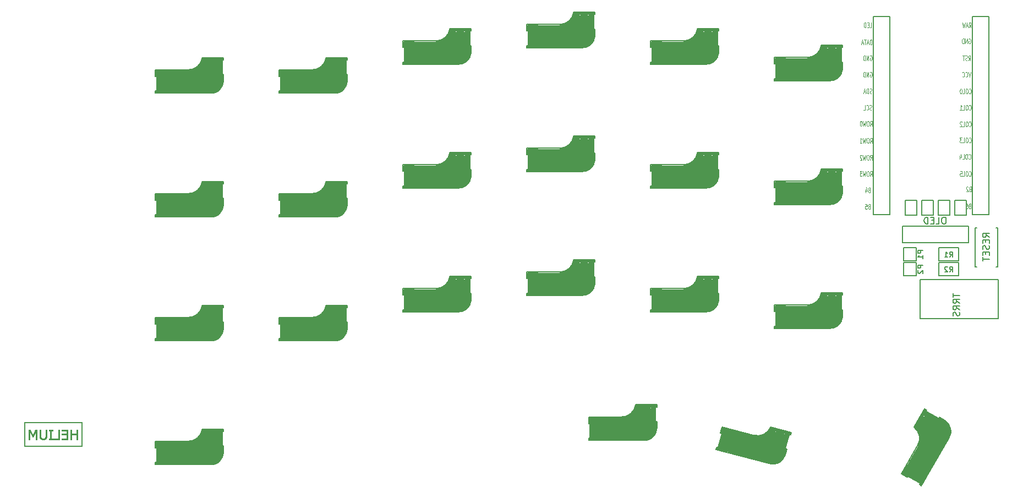
<source format=gbo>
G04 #@! TF.GenerationSoftware,KiCad,Pcbnew,(5.1.0)-1*
G04 #@! TF.CreationDate,2019-06-07T23:15:03+02:00*
G04 #@! TF.ProjectId,prkbd,70726b62-642e-46b6-9963-61645f706362,1*
G04 #@! TF.SameCoordinates,Original*
G04 #@! TF.FileFunction,Legend,Bot*
G04 #@! TF.FilePolarity,Positive*
%FSLAX46Y46*%
G04 Gerber Fmt 4.6, Leading zero omitted, Abs format (unit mm)*
G04 Created by KiCad (PCBNEW (5.1.0)-1) date 2019-06-07 23:15:03*
%MOMM*%
%LPD*%
G04 APERTURE LIST*
%ADD10C,0.010000*%
%ADD11C,0.300000*%
%ADD12C,0.800000*%
%ADD13C,3.000000*%
%ADD14C,0.500000*%
%ADD15C,1.000000*%
%ADD16C,3.500000*%
%ADD17C,0.150000*%
%ADD18C,0.400000*%
%ADD19C,0.125000*%
G04 APERTURE END LIST*
D10*
G36*
X48916561Y-135204691D02*
G01*
X57763439Y-135204691D01*
X57763439Y-131560222D01*
X57707799Y-131560222D01*
X57707799Y-135149050D01*
X48972202Y-135149050D01*
X48972202Y-131560222D01*
X57707799Y-131560222D01*
X57763439Y-131560222D01*
X57763439Y-131504582D01*
X48916561Y-131504582D01*
X48916561Y-135204691D01*
X48916561Y-135204691D01*
G37*
X48916561Y-135204691D02*
X57763439Y-135204691D01*
X57763439Y-131560222D01*
X57707799Y-131560222D01*
X57707799Y-135149050D01*
X48972202Y-135149050D01*
X48972202Y-131560222D01*
X57707799Y-131560222D01*
X57763439Y-131560222D01*
X57763439Y-131504582D01*
X48916561Y-131504582D01*
X48916561Y-135204691D01*
G36*
X52169444Y-133222489D02*
G01*
X52168773Y-133335190D01*
X52168131Y-133430906D01*
X52167456Y-133511200D01*
X52166684Y-133577634D01*
X52165755Y-133631770D01*
X52164606Y-133675170D01*
X52163175Y-133709398D01*
X52161400Y-133736014D01*
X52159218Y-133756582D01*
X52156568Y-133772663D01*
X52153387Y-133785820D01*
X52149614Y-133797614D01*
X52146201Y-133806922D01*
X52111859Y-133878578D01*
X52067934Y-133935477D01*
X52013567Y-133978120D01*
X51947896Y-134007006D01*
X51870062Y-134022637D01*
X51779204Y-134025511D01*
X51770696Y-134025176D01*
X51696636Y-134017950D01*
X51635580Y-134002565D01*
X51583223Y-133977517D01*
X51538399Y-133944088D01*
X51508717Y-133910097D01*
X51480462Y-133863740D01*
X51456757Y-133811118D01*
X51440724Y-133758335D01*
X51438990Y-133749811D01*
X51436998Y-133729648D01*
X51435192Y-133692407D01*
X51433598Y-133639552D01*
X51432241Y-133572551D01*
X51431144Y-133492871D01*
X51430334Y-133401979D01*
X51429833Y-133301340D01*
X51429668Y-133195722D01*
X51429668Y-132691584D01*
X51233693Y-132691584D01*
X51237128Y-133217853D01*
X51237885Y-133330295D01*
X51238615Y-133425818D01*
X51239380Y-133506048D01*
X51240246Y-133572612D01*
X51241275Y-133627138D01*
X51242533Y-133671252D01*
X51244084Y-133706581D01*
X51245990Y-133734753D01*
X51248317Y-133757394D01*
X51251129Y-133776131D01*
X51254489Y-133792592D01*
X51258461Y-133808403D01*
X51260700Y-133816584D01*
X51294874Y-133911690D01*
X51340634Y-133992369D01*
X51398211Y-134058856D01*
X51467833Y-134111384D01*
X51549731Y-134150190D01*
X51602025Y-134166268D01*
X51664931Y-134178550D01*
X51737022Y-134186559D01*
X51810683Y-134189837D01*
X51878298Y-134187922D01*
X51908289Y-134184758D01*
X52006761Y-134164198D01*
X52091781Y-134131987D01*
X52164819Y-134087485D01*
X52200157Y-134057781D01*
X52253774Y-133998134D01*
X52295690Y-133929601D01*
X52326809Y-133850068D01*
X52348041Y-133757423D01*
X52356560Y-133693212D01*
X52358537Y-133664517D01*
X52360379Y-133619570D01*
X52362043Y-133560666D01*
X52363490Y-133490098D01*
X52364678Y-133410163D01*
X52365568Y-133323154D01*
X52366117Y-133231366D01*
X52366287Y-133145001D01*
X52366287Y-132691584D01*
X52172522Y-132691584D01*
X52169444Y-133222489D01*
X52169444Y-133222489D01*
G37*
X52169444Y-133222489D02*
X52168773Y-133335190D01*
X52168131Y-133430906D01*
X52167456Y-133511200D01*
X52166684Y-133577634D01*
X52165755Y-133631770D01*
X52164606Y-133675170D01*
X52163175Y-133709398D01*
X52161400Y-133736014D01*
X52159218Y-133756582D01*
X52156568Y-133772663D01*
X52153387Y-133785820D01*
X52149614Y-133797614D01*
X52146201Y-133806922D01*
X52111859Y-133878578D01*
X52067934Y-133935477D01*
X52013567Y-133978120D01*
X51947896Y-134007006D01*
X51870062Y-134022637D01*
X51779204Y-134025511D01*
X51770696Y-134025176D01*
X51696636Y-134017950D01*
X51635580Y-134002565D01*
X51583223Y-133977517D01*
X51538399Y-133944088D01*
X51508717Y-133910097D01*
X51480462Y-133863740D01*
X51456757Y-133811118D01*
X51440724Y-133758335D01*
X51438990Y-133749811D01*
X51436998Y-133729648D01*
X51435192Y-133692407D01*
X51433598Y-133639552D01*
X51432241Y-133572551D01*
X51431144Y-133492871D01*
X51430334Y-133401979D01*
X51429833Y-133301340D01*
X51429668Y-133195722D01*
X51429668Y-132691584D01*
X51233693Y-132691584D01*
X51237128Y-133217853D01*
X51237885Y-133330295D01*
X51238615Y-133425818D01*
X51239380Y-133506048D01*
X51240246Y-133572612D01*
X51241275Y-133627138D01*
X51242533Y-133671252D01*
X51244084Y-133706581D01*
X51245990Y-133734753D01*
X51248317Y-133757394D01*
X51251129Y-133776131D01*
X51254489Y-133792592D01*
X51258461Y-133808403D01*
X51260700Y-133816584D01*
X51294874Y-133911690D01*
X51340634Y-133992369D01*
X51398211Y-134058856D01*
X51467833Y-134111384D01*
X51549731Y-134150190D01*
X51602025Y-134166268D01*
X51664931Y-134178550D01*
X51737022Y-134186559D01*
X51810683Y-134189837D01*
X51878298Y-134187922D01*
X51908289Y-134184758D01*
X52006761Y-134164198D01*
X52091781Y-134131987D01*
X52164819Y-134087485D01*
X52200157Y-134057781D01*
X52253774Y-133998134D01*
X52295690Y-133929601D01*
X52326809Y-133850068D01*
X52348041Y-133757423D01*
X52356560Y-133693212D01*
X52358537Y-133664517D01*
X52360379Y-133619570D01*
X52362043Y-133560666D01*
X52363490Y-133490098D01*
X52364678Y-133410163D01*
X52365568Y-133323154D01*
X52366117Y-133231366D01*
X52366287Y-133145001D01*
X52366287Y-132691584D01*
X52172522Y-132691584D01*
X52169444Y-133222489D01*
G36*
X56947375Y-133266538D02*
G01*
X56205499Y-133266538D01*
X56205499Y-132691584D01*
X56010756Y-132691584D01*
X56010756Y-134166064D01*
X56205499Y-134166064D01*
X56205499Y-133442734D01*
X56947375Y-133442734D01*
X56947375Y-134166064D01*
X57132844Y-134166064D01*
X57132844Y-132691584D01*
X56947375Y-132691584D01*
X56947375Y-133266538D01*
X56947375Y-133266538D01*
G37*
X56947375Y-133266538D02*
X56205499Y-133266538D01*
X56205499Y-132691584D01*
X56010756Y-132691584D01*
X56010756Y-134166064D01*
X56205499Y-134166064D01*
X56205499Y-133442734D01*
X56947375Y-133442734D01*
X56947375Y-134166064D01*
X57132844Y-134166064D01*
X57132844Y-132691584D01*
X56947375Y-132691584D01*
X56947375Y-133266538D01*
G36*
X54638284Y-132867780D02*
G01*
X55417255Y-132867780D01*
X55417255Y-133266538D01*
X54638284Y-133266538D01*
X54638284Y-133442734D01*
X55417255Y-133442734D01*
X55417255Y-133989868D01*
X54638284Y-133989868D01*
X54638284Y-134166064D01*
X55602724Y-134166064D01*
X55602724Y-132691584D01*
X54638284Y-132691584D01*
X54638284Y-132867780D01*
X54638284Y-132867780D01*
G37*
X54638284Y-132867780D02*
X55417255Y-132867780D01*
X55417255Y-133266538D01*
X54638284Y-133266538D01*
X54638284Y-133442734D01*
X55417255Y-133442734D01*
X55417255Y-133989868D01*
X54638284Y-133989868D01*
X54638284Y-134166064D01*
X55602724Y-134166064D01*
X55602724Y-132691584D01*
X54638284Y-132691584D01*
X54638284Y-132867780D01*
G36*
X54137518Y-133989868D02*
G01*
X53395641Y-133989868D01*
X53395641Y-134166064D01*
X54322987Y-134166064D01*
X54322987Y-132691584D01*
X54137518Y-132691584D01*
X54137518Y-133989868D01*
X54137518Y-133989868D01*
G37*
X54137518Y-133989868D02*
X53395641Y-133989868D01*
X53395641Y-134166064D01*
X54322987Y-134166064D01*
X54322987Y-132691584D01*
X54137518Y-132691584D01*
X54137518Y-133989868D01*
G36*
X52681585Y-132839959D02*
G01*
X52876327Y-132839959D01*
X52876327Y-134017688D01*
X52681585Y-134017688D01*
X52681585Y-134166064D01*
X53256539Y-134166064D01*
X53256539Y-134017688D01*
X53061797Y-134017688D01*
X53061797Y-132839959D01*
X53256539Y-132839959D01*
X53256539Y-132691584D01*
X52681585Y-132691584D01*
X52681585Y-132839959D01*
X52681585Y-132839959D01*
G37*
X52681585Y-132839959D02*
X52876327Y-132839959D01*
X52876327Y-134017688D01*
X52681585Y-134017688D01*
X52681585Y-134166064D01*
X53256539Y-134166064D01*
X53256539Y-134017688D01*
X53061797Y-134017688D01*
X53061797Y-132839959D01*
X53256539Y-132839959D01*
X53256539Y-132691584D01*
X52681585Y-132691584D01*
X52681585Y-132839959D01*
G36*
X50723927Y-132693648D02*
G01*
X50593141Y-132696221D01*
X50397862Y-133102295D01*
X50358989Y-133182686D01*
X50322399Y-133257496D01*
X50288893Y-133325153D01*
X50259267Y-133384085D01*
X50234321Y-133432720D01*
X50214853Y-133469485D01*
X50201662Y-133492808D01*
X50195545Y-133501118D01*
X50195344Y-133501054D01*
X50190087Y-133491404D01*
X50177840Y-133466598D01*
X50159397Y-133428314D01*
X50135554Y-133378228D01*
X50107107Y-133318018D01*
X50074850Y-133249362D01*
X50039580Y-133173936D01*
X50002815Y-133094979D01*
X49817525Y-132696221D01*
X49682341Y-132693655D01*
X49547156Y-132691088D01*
X49547156Y-134166064D01*
X49741899Y-134166064D01*
X49742019Y-133528514D01*
X49742140Y-132890963D01*
X49948354Y-133324472D01*
X50154568Y-133757980D01*
X50210675Y-133758006D01*
X50266783Y-133758032D01*
X50673881Y-132895514D01*
X50676264Y-133530789D01*
X50678646Y-134166064D01*
X50854714Y-134166064D01*
X50854714Y-132691075D01*
X50723927Y-132693648D01*
X50723927Y-132693648D01*
G37*
X50723927Y-132693648D02*
X50593141Y-132696221D01*
X50397862Y-133102295D01*
X50358989Y-133182686D01*
X50322399Y-133257496D01*
X50288893Y-133325153D01*
X50259267Y-133384085D01*
X50234321Y-133432720D01*
X50214853Y-133469485D01*
X50201662Y-133492808D01*
X50195545Y-133501118D01*
X50195344Y-133501054D01*
X50190087Y-133491404D01*
X50177840Y-133466598D01*
X50159397Y-133428314D01*
X50135554Y-133378228D01*
X50107107Y-133318018D01*
X50074850Y-133249362D01*
X50039580Y-133173936D01*
X50002815Y-133094979D01*
X49817525Y-132696221D01*
X49682341Y-132693655D01*
X49547156Y-132691088D01*
X49547156Y-134166064D01*
X49741899Y-134166064D01*
X49742019Y-133528514D01*
X49742140Y-132890963D01*
X49948354Y-133324472D01*
X50154568Y-133757980D01*
X50210675Y-133758006D01*
X50266783Y-133758032D01*
X50673881Y-132895514D01*
X50676264Y-133530789D01*
X50678646Y-134166064D01*
X50854714Y-134166064D01*
X50854714Y-132691075D01*
X50723927Y-132693648D01*
D11*
X174710000Y-76190001D02*
X174710000Y-77090000D01*
D12*
X174210000Y-73990000D02*
X174210000Y-75789999D01*
D13*
X173080000Y-77490000D02*
X173080000Y-75250000D01*
D14*
X164610000Y-75690000D02*
X166010000Y-75690000D01*
D15*
X165010000Y-78390000D02*
X165010000Y-75890000D01*
D16*
X166310000Y-77190000D02*
X173010000Y-77190000D01*
D17*
X164310000Y-75390000D02*
X164310000Y-76390000D01*
X164310000Y-76390000D02*
X164510000Y-76390000D01*
X164530000Y-76390000D02*
X164530000Y-78640000D01*
X164510000Y-78640000D02*
X164310000Y-78640000D01*
X174810000Y-76090000D02*
X174610000Y-76090000D01*
X174580000Y-76090000D02*
X174580000Y-73850000D01*
X174610000Y-73850000D02*
X174810000Y-73850000D01*
X174810000Y-73490000D02*
X174810000Y-73850000D01*
X174810000Y-77090000D02*
X174810000Y-76090000D01*
X174810000Y-73490000D02*
X171530000Y-73490000D01*
X169310000Y-75390000D02*
X164310000Y-75390000D01*
X164310000Y-78990000D02*
X172710001Y-78990000D01*
X171526318Y-73511471D02*
G75*
G02X169310000Y-75390000I-2151318J291471D01*
G01*
X174810000Y-77089999D02*
G75*
G02X172710001Y-78990000I-2000000J99999D01*
G01*
X164310000Y-78640000D02*
X164310000Y-78990000D01*
D15*
X171926318Y-73911471D02*
G75*
G02X169710000Y-75790000I-2151318J291471D01*
G01*
D14*
X174610000Y-73690000D02*
X171910000Y-73690000D01*
D18*
X164510000Y-78790000D02*
X165910000Y-78790000D01*
X164510000Y-76290000D02*
X164510000Y-75590000D01*
X69260000Y-97245000D02*
X69260000Y-96545000D01*
X69260000Y-99745000D02*
X70660000Y-99745000D01*
D14*
X79360000Y-94645000D02*
X76660000Y-94645000D01*
D15*
X76676318Y-94866471D02*
G75*
G02X74460000Y-96745000I-2151318J291471D01*
G01*
D17*
X69060000Y-99595000D02*
X69060000Y-99945000D01*
X79560000Y-98044999D02*
G75*
G02X77460001Y-99945000I-2000000J99999D01*
G01*
X76276318Y-94466471D02*
G75*
G02X74060000Y-96345000I-2151318J291471D01*
G01*
X69060000Y-99945000D02*
X77460001Y-99945000D01*
X74060000Y-96345000D02*
X69060000Y-96345000D01*
X79560000Y-94445000D02*
X76280000Y-94445000D01*
X79560000Y-98045000D02*
X79560000Y-97045000D01*
X79560000Y-94445000D02*
X79560000Y-94805000D01*
X79360000Y-94805000D02*
X79560000Y-94805000D01*
X79330000Y-97045000D02*
X79330000Y-94805000D01*
X79560000Y-97045000D02*
X79360000Y-97045000D01*
X69260000Y-99595000D02*
X69060000Y-99595000D01*
X69280000Y-97345000D02*
X69280000Y-99595000D01*
X69060000Y-97345000D02*
X69260000Y-97345000D01*
X69060000Y-96345000D02*
X69060000Y-97345000D01*
D16*
X71060000Y-98145000D02*
X77760000Y-98145000D01*
D15*
X69760000Y-99345000D02*
X69760000Y-96845000D01*
D14*
X69360000Y-96645000D02*
X70760000Y-96645000D01*
D13*
X77830000Y-98445000D02*
X77830000Y-96205000D01*
D12*
X78960000Y-94945000D02*
X78960000Y-96744999D01*
D11*
X79460000Y-97145001D02*
X79460000Y-98045000D01*
D17*
X186755000Y-109550000D02*
X198755000Y-109550000D01*
X186755000Y-115550000D02*
X186755000Y-109550000D01*
X198755000Y-115550000D02*
X186755000Y-115550000D01*
X198755000Y-109550000D02*
X198755000Y-115550000D01*
X184023000Y-103886000D02*
X184023000Y-101346000D01*
X194183000Y-103886000D02*
X184023000Y-103886000D01*
X194183000Y-101346000D02*
X194183000Y-103886000D01*
X184023000Y-101346000D02*
X194183000Y-101346000D01*
X192069172Y-99650020D02*
X193847172Y-99650020D01*
X192069172Y-97364020D02*
X192069172Y-99650020D01*
X193847172Y-97364020D02*
X192069172Y-97364020D01*
X193847172Y-99650020D02*
X193847172Y-97364020D01*
X191300377Y-99663869D02*
X191300377Y-97377869D01*
X191300377Y-97377869D02*
X189522377Y-97377869D01*
X189522377Y-97377869D02*
X189522377Y-99663869D01*
X189522377Y-99663869D02*
X191300377Y-99663869D01*
X186982377Y-99663869D02*
X188760377Y-99663869D01*
X186982377Y-97377869D02*
X186982377Y-99663869D01*
X188760377Y-97377869D02*
X186982377Y-97377869D01*
X188760377Y-99663869D02*
X188760377Y-97377869D01*
X186220377Y-99663869D02*
X186220377Y-97377869D01*
X186220377Y-97377869D02*
X184442377Y-97377869D01*
X184442377Y-97377869D02*
X184442377Y-99663869D01*
X184442377Y-99663869D02*
X186220377Y-99663869D01*
X186166000Y-106664000D02*
X184166000Y-106664000D01*
X186166000Y-104664000D02*
X186166000Y-106664000D01*
X184166000Y-104664000D02*
X186166000Y-104664000D01*
X184166000Y-106664000D02*
X184166000Y-104664000D01*
X184166000Y-108950000D02*
X184166000Y-106950000D01*
X184166000Y-106950000D02*
X186166000Y-106950000D01*
X186166000Y-106950000D02*
X186166000Y-108950000D01*
X186166000Y-108950000D02*
X184166000Y-108950000D01*
X192635000Y-104664000D02*
X192635000Y-106664000D01*
X189635000Y-104664000D02*
X192635000Y-104664000D01*
X189635000Y-106664000D02*
X189635000Y-104664000D01*
X192635000Y-106664000D02*
X189635000Y-106664000D01*
X192635000Y-108950000D02*
X189635000Y-108950000D01*
X189635000Y-108950000D02*
X189635000Y-106950000D01*
X189635000Y-106950000D02*
X192635000Y-106950000D01*
X192635000Y-106950000D02*
X192635000Y-108950000D01*
X198408679Y-101633437D02*
X198658679Y-101633437D01*
X198658679Y-101633437D02*
X198658679Y-107633437D01*
X198658679Y-107633437D02*
X198408679Y-107633437D01*
X195408679Y-107633437D02*
X195158679Y-107633437D01*
X195158679Y-107633437D02*
X195158679Y-101633437D01*
X195158679Y-101633437D02*
X195408679Y-101633437D01*
D18*
X69260000Y-78195000D02*
X69260000Y-77495000D01*
X69260000Y-80695000D02*
X70660000Y-80695000D01*
D14*
X79360000Y-75595000D02*
X76660000Y-75595000D01*
D15*
X76676318Y-75816471D02*
G75*
G02X74460000Y-77695000I-2151318J291471D01*
G01*
D17*
X69060000Y-80545000D02*
X69060000Y-80895000D01*
X79560000Y-78994999D02*
G75*
G02X77460001Y-80895000I-2000000J99999D01*
G01*
X76276318Y-75416471D02*
G75*
G02X74060000Y-77295000I-2151318J291471D01*
G01*
X69060000Y-80895000D02*
X77460001Y-80895000D01*
X74060000Y-77295000D02*
X69060000Y-77295000D01*
X79560000Y-75395000D02*
X76280000Y-75395000D01*
X79560000Y-78995000D02*
X79560000Y-77995000D01*
X79560000Y-75395000D02*
X79560000Y-75755000D01*
X79360000Y-75755000D02*
X79560000Y-75755000D01*
X79330000Y-77995000D02*
X79330000Y-75755000D01*
X79560000Y-77995000D02*
X79360000Y-77995000D01*
X69260000Y-80545000D02*
X69060000Y-80545000D01*
X69280000Y-78295000D02*
X69280000Y-80545000D01*
X69060000Y-78295000D02*
X69260000Y-78295000D01*
X69060000Y-77295000D02*
X69060000Y-78295000D01*
D16*
X71060000Y-79095000D02*
X77760000Y-79095000D01*
D15*
X69760000Y-80295000D02*
X69760000Y-77795000D01*
D14*
X69360000Y-77595000D02*
X70760000Y-77595000D01*
D13*
X77830000Y-79395000D02*
X77830000Y-77155000D01*
D12*
X78960000Y-75895000D02*
X78960000Y-77694999D01*
D11*
X79460000Y-78095001D02*
X79460000Y-78995000D01*
D18*
X88310000Y-78195000D02*
X88310000Y-77495000D01*
X88310000Y-80695000D02*
X89710000Y-80695000D01*
D14*
X98410000Y-75595000D02*
X95710000Y-75595000D01*
D15*
X95726318Y-75816471D02*
G75*
G02X93510000Y-77695000I-2151318J291471D01*
G01*
D17*
X88110000Y-80545000D02*
X88110000Y-80895000D01*
X98610000Y-78994999D02*
G75*
G02X96510001Y-80895000I-2000000J99999D01*
G01*
X95326318Y-75416471D02*
G75*
G02X93110000Y-77295000I-2151318J291471D01*
G01*
X88110000Y-80895000D02*
X96510001Y-80895000D01*
X93110000Y-77295000D02*
X88110000Y-77295000D01*
X98610000Y-75395000D02*
X95330000Y-75395000D01*
X98610000Y-78995000D02*
X98610000Y-77995000D01*
X98610000Y-75395000D02*
X98610000Y-75755000D01*
X98410000Y-75755000D02*
X98610000Y-75755000D01*
X98380000Y-77995000D02*
X98380000Y-75755000D01*
X98610000Y-77995000D02*
X98410000Y-77995000D01*
X88310000Y-80545000D02*
X88110000Y-80545000D01*
X88330000Y-78295000D02*
X88330000Y-80545000D01*
X88110000Y-78295000D02*
X88310000Y-78295000D01*
X88110000Y-77295000D02*
X88110000Y-78295000D01*
D16*
X90110000Y-79095000D02*
X96810000Y-79095000D01*
D15*
X88810000Y-80295000D02*
X88810000Y-77795000D01*
D14*
X88410000Y-77595000D02*
X89810000Y-77595000D01*
D13*
X96880000Y-79395000D02*
X96880000Y-77155000D01*
D12*
X98010000Y-75895000D02*
X98010000Y-77694999D01*
D11*
X98510000Y-78095001D02*
X98510000Y-78995000D01*
D18*
X107360000Y-73750000D02*
X107360000Y-73050000D01*
X107360000Y-76250000D02*
X108760000Y-76250000D01*
D14*
X117460000Y-71150000D02*
X114760000Y-71150000D01*
D15*
X114776318Y-71371471D02*
G75*
G02X112560000Y-73250000I-2151318J291471D01*
G01*
D17*
X107160000Y-76100000D02*
X107160000Y-76450000D01*
X117660000Y-74549999D02*
G75*
G02X115560001Y-76450000I-2000000J99999D01*
G01*
X114376318Y-70971471D02*
G75*
G02X112160000Y-72850000I-2151318J291471D01*
G01*
X107160000Y-76450000D02*
X115560001Y-76450000D01*
X112160000Y-72850000D02*
X107160000Y-72850000D01*
X117660000Y-70950000D02*
X114380000Y-70950000D01*
X117660000Y-74550000D02*
X117660000Y-73550000D01*
X117660000Y-70950000D02*
X117660000Y-71310000D01*
X117460000Y-71310000D02*
X117660000Y-71310000D01*
X117430000Y-73550000D02*
X117430000Y-71310000D01*
X117660000Y-73550000D02*
X117460000Y-73550000D01*
X107360000Y-76100000D02*
X107160000Y-76100000D01*
X107380000Y-73850000D02*
X107380000Y-76100000D01*
X107160000Y-73850000D02*
X107360000Y-73850000D01*
X107160000Y-72850000D02*
X107160000Y-73850000D01*
D16*
X109160000Y-74650000D02*
X115860000Y-74650000D01*
D15*
X107860000Y-75850000D02*
X107860000Y-73350000D01*
D14*
X107460000Y-73150000D02*
X108860000Y-73150000D01*
D13*
X115930000Y-74950000D02*
X115930000Y-72710000D01*
D12*
X117060000Y-71450000D02*
X117060000Y-73249999D01*
D11*
X117560000Y-73650001D02*
X117560000Y-74550000D01*
X136610000Y-71110001D02*
X136610000Y-72010000D01*
D12*
X136110000Y-68910000D02*
X136110000Y-70709999D01*
D13*
X134980000Y-72410000D02*
X134980000Y-70170000D01*
D14*
X126510000Y-70610000D02*
X127910000Y-70610000D01*
D15*
X126910000Y-73310000D02*
X126910000Y-70810000D01*
D16*
X128210000Y-72110000D02*
X134910000Y-72110000D01*
D17*
X126210000Y-70310000D02*
X126210000Y-71310000D01*
X126210000Y-71310000D02*
X126410000Y-71310000D01*
X126430000Y-71310000D02*
X126430000Y-73560000D01*
X126410000Y-73560000D02*
X126210000Y-73560000D01*
X136710000Y-71010000D02*
X136510000Y-71010000D01*
X136480000Y-71010000D02*
X136480000Y-68770000D01*
X136510000Y-68770000D02*
X136710000Y-68770000D01*
X136710000Y-68410000D02*
X136710000Y-68770000D01*
X136710000Y-72010000D02*
X136710000Y-71010000D01*
X136710000Y-68410000D02*
X133430000Y-68410000D01*
X131210000Y-70310000D02*
X126210000Y-70310000D01*
X126210000Y-73910000D02*
X134610001Y-73910000D01*
X133426318Y-68431471D02*
G75*
G02X131210000Y-70310000I-2151318J291471D01*
G01*
X136710000Y-72009999D02*
G75*
G02X134610001Y-73910000I-2000000J99999D01*
G01*
X126210000Y-73560000D02*
X126210000Y-73910000D01*
D15*
X133826318Y-68831471D02*
G75*
G02X131610000Y-70710000I-2151318J291471D01*
G01*
D14*
X136510000Y-68610000D02*
X133810000Y-68610000D01*
D18*
X126410000Y-73710000D02*
X127810000Y-73710000D01*
X126410000Y-71210000D02*
X126410000Y-70510000D01*
X145460000Y-73750000D02*
X145460000Y-73050000D01*
X145460000Y-76250000D02*
X146860000Y-76250000D01*
D14*
X155560000Y-71150000D02*
X152860000Y-71150000D01*
D15*
X152876318Y-71371471D02*
G75*
G02X150660000Y-73250000I-2151318J291471D01*
G01*
D17*
X145260000Y-76100000D02*
X145260000Y-76450000D01*
X155760000Y-74549999D02*
G75*
G02X153660001Y-76450000I-2000000J99999D01*
G01*
X152476318Y-70971471D02*
G75*
G02X150260000Y-72850000I-2151318J291471D01*
G01*
X145260000Y-76450000D02*
X153660001Y-76450000D01*
X150260000Y-72850000D02*
X145260000Y-72850000D01*
X155760000Y-70950000D02*
X152480000Y-70950000D01*
X155760000Y-74550000D02*
X155760000Y-73550000D01*
X155760000Y-70950000D02*
X155760000Y-71310000D01*
X155560000Y-71310000D02*
X155760000Y-71310000D01*
X155530000Y-73550000D02*
X155530000Y-71310000D01*
X155760000Y-73550000D02*
X155560000Y-73550000D01*
X145460000Y-76100000D02*
X145260000Y-76100000D01*
X145480000Y-73850000D02*
X145480000Y-76100000D01*
X145260000Y-73850000D02*
X145460000Y-73850000D01*
X145260000Y-72850000D02*
X145260000Y-73850000D01*
D16*
X147260000Y-74650000D02*
X153960000Y-74650000D01*
D15*
X145960000Y-75850000D02*
X145960000Y-73350000D01*
D14*
X145560000Y-73150000D02*
X146960000Y-73150000D01*
D13*
X154030000Y-74950000D02*
X154030000Y-72710000D01*
D12*
X155160000Y-71450000D02*
X155160000Y-73249999D01*
D11*
X155660000Y-73650001D02*
X155660000Y-74550000D01*
D18*
X88310000Y-97245000D02*
X88310000Y-96545000D01*
X88310000Y-99745000D02*
X89710000Y-99745000D01*
D14*
X98410000Y-94645000D02*
X95710000Y-94645000D01*
D15*
X95726318Y-94866471D02*
G75*
G02X93510000Y-96745000I-2151318J291471D01*
G01*
D17*
X88110000Y-99595000D02*
X88110000Y-99945000D01*
X98610000Y-98044999D02*
G75*
G02X96510001Y-99945000I-2000000J99999D01*
G01*
X95326318Y-94466471D02*
G75*
G02X93110000Y-96345000I-2151318J291471D01*
G01*
X88110000Y-99945000D02*
X96510001Y-99945000D01*
X93110000Y-96345000D02*
X88110000Y-96345000D01*
X98610000Y-94445000D02*
X95330000Y-94445000D01*
X98610000Y-98045000D02*
X98610000Y-97045000D01*
X98610000Y-94445000D02*
X98610000Y-94805000D01*
X98410000Y-94805000D02*
X98610000Y-94805000D01*
X98380000Y-97045000D02*
X98380000Y-94805000D01*
X98610000Y-97045000D02*
X98410000Y-97045000D01*
X88310000Y-99595000D02*
X88110000Y-99595000D01*
X88330000Y-97345000D02*
X88330000Y-99595000D01*
X88110000Y-97345000D02*
X88310000Y-97345000D01*
X88110000Y-96345000D02*
X88110000Y-97345000D01*
D16*
X90110000Y-98145000D02*
X96810000Y-98145000D01*
D15*
X88810000Y-99345000D02*
X88810000Y-96845000D01*
D14*
X88410000Y-96645000D02*
X89810000Y-96645000D01*
D13*
X96880000Y-98445000D02*
X96880000Y-96205000D01*
D12*
X98010000Y-94945000D02*
X98010000Y-96744999D01*
D11*
X98510000Y-97145001D02*
X98510000Y-98045000D01*
X117560000Y-92700001D02*
X117560000Y-93600000D01*
D12*
X117060000Y-90500000D02*
X117060000Y-92299999D01*
D13*
X115930000Y-94000000D02*
X115930000Y-91760000D01*
D14*
X107460000Y-92200000D02*
X108860000Y-92200000D01*
D15*
X107860000Y-94900000D02*
X107860000Y-92400000D01*
D16*
X109160000Y-93700000D02*
X115860000Y-93700000D01*
D17*
X107160000Y-91900000D02*
X107160000Y-92900000D01*
X107160000Y-92900000D02*
X107360000Y-92900000D01*
X107380000Y-92900000D02*
X107380000Y-95150000D01*
X107360000Y-95150000D02*
X107160000Y-95150000D01*
X117660000Y-92600000D02*
X117460000Y-92600000D01*
X117430000Y-92600000D02*
X117430000Y-90360000D01*
X117460000Y-90360000D02*
X117660000Y-90360000D01*
X117660000Y-90000000D02*
X117660000Y-90360000D01*
X117660000Y-93600000D02*
X117660000Y-92600000D01*
X117660000Y-90000000D02*
X114380000Y-90000000D01*
X112160000Y-91900000D02*
X107160000Y-91900000D01*
X107160000Y-95500000D02*
X115560001Y-95500000D01*
X114376318Y-90021471D02*
G75*
G02X112160000Y-91900000I-2151318J291471D01*
G01*
X117660000Y-93599999D02*
G75*
G02X115560001Y-95500000I-2000000J99999D01*
G01*
X107160000Y-95150000D02*
X107160000Y-95500000D01*
D15*
X114776318Y-90421471D02*
G75*
G02X112560000Y-92300000I-2151318J291471D01*
G01*
D14*
X117460000Y-90200000D02*
X114760000Y-90200000D01*
D18*
X107360000Y-95300000D02*
X108760000Y-95300000D01*
X107360000Y-92800000D02*
X107360000Y-92100000D01*
X126410000Y-90260000D02*
X126410000Y-89560000D01*
X126410000Y-92760000D02*
X127810000Y-92760000D01*
D14*
X136510000Y-87660000D02*
X133810000Y-87660000D01*
D15*
X133826318Y-87881471D02*
G75*
G02X131610000Y-89760000I-2151318J291471D01*
G01*
D17*
X126210000Y-92610000D02*
X126210000Y-92960000D01*
X136710000Y-91059999D02*
G75*
G02X134610001Y-92960000I-2000000J99999D01*
G01*
X133426318Y-87481471D02*
G75*
G02X131210000Y-89360000I-2151318J291471D01*
G01*
X126210000Y-92960000D02*
X134610001Y-92960000D01*
X131210000Y-89360000D02*
X126210000Y-89360000D01*
X136710000Y-87460000D02*
X133430000Y-87460000D01*
X136710000Y-91060000D02*
X136710000Y-90060000D01*
X136710000Y-87460000D02*
X136710000Y-87820000D01*
X136510000Y-87820000D02*
X136710000Y-87820000D01*
X136480000Y-90060000D02*
X136480000Y-87820000D01*
X136710000Y-90060000D02*
X136510000Y-90060000D01*
X126410000Y-92610000D02*
X126210000Y-92610000D01*
X126430000Y-90360000D02*
X126430000Y-92610000D01*
X126210000Y-90360000D02*
X126410000Y-90360000D01*
X126210000Y-89360000D02*
X126210000Y-90360000D01*
D16*
X128210000Y-91160000D02*
X134910000Y-91160000D01*
D15*
X126910000Y-92360000D02*
X126910000Y-89860000D01*
D14*
X126510000Y-89660000D02*
X127910000Y-89660000D01*
D13*
X134980000Y-91460000D02*
X134980000Y-89220000D01*
D12*
X136110000Y-87960000D02*
X136110000Y-89759999D01*
D11*
X136610000Y-90160001D02*
X136610000Y-91060000D01*
D18*
X145460000Y-92800000D02*
X145460000Y-92100000D01*
X145460000Y-95300000D02*
X146860000Y-95300000D01*
D14*
X155560000Y-90200000D02*
X152860000Y-90200000D01*
D15*
X152876318Y-90421471D02*
G75*
G02X150660000Y-92300000I-2151318J291471D01*
G01*
D17*
X145260000Y-95150000D02*
X145260000Y-95500000D01*
X155760000Y-93599999D02*
G75*
G02X153660001Y-95500000I-2000000J99999D01*
G01*
X152476318Y-90021471D02*
G75*
G02X150260000Y-91900000I-2151318J291471D01*
G01*
X145260000Y-95500000D02*
X153660001Y-95500000D01*
X150260000Y-91900000D02*
X145260000Y-91900000D01*
X155760000Y-90000000D02*
X152480000Y-90000000D01*
X155760000Y-93600000D02*
X155760000Y-92600000D01*
X155760000Y-90000000D02*
X155760000Y-90360000D01*
X155560000Y-90360000D02*
X155760000Y-90360000D01*
X155530000Y-92600000D02*
X155530000Y-90360000D01*
X155760000Y-92600000D02*
X155560000Y-92600000D01*
X145460000Y-95150000D02*
X145260000Y-95150000D01*
X145480000Y-92900000D02*
X145480000Y-95150000D01*
X145260000Y-92900000D02*
X145460000Y-92900000D01*
X145260000Y-91900000D02*
X145260000Y-92900000D01*
D16*
X147260000Y-93700000D02*
X153960000Y-93700000D01*
D15*
X145960000Y-94900000D02*
X145960000Y-92400000D01*
D14*
X145560000Y-92200000D02*
X146960000Y-92200000D01*
D13*
X154030000Y-94000000D02*
X154030000Y-91760000D01*
D12*
X155160000Y-90500000D02*
X155160000Y-92299999D01*
D11*
X155660000Y-92700001D02*
X155660000Y-93600000D01*
X174710000Y-95240001D02*
X174710000Y-96140000D01*
D12*
X174210000Y-93040000D02*
X174210000Y-94839999D01*
D13*
X173080000Y-96540000D02*
X173080000Y-94300000D01*
D14*
X164610000Y-94740000D02*
X166010000Y-94740000D01*
D15*
X165010000Y-97440000D02*
X165010000Y-94940000D01*
D16*
X166310000Y-96240000D02*
X173010000Y-96240000D01*
D17*
X164310000Y-94440000D02*
X164310000Y-95440000D01*
X164310000Y-95440000D02*
X164510000Y-95440000D01*
X164530000Y-95440000D02*
X164530000Y-97690000D01*
X164510000Y-97690000D02*
X164310000Y-97690000D01*
X174810000Y-95140000D02*
X174610000Y-95140000D01*
X174580000Y-95140000D02*
X174580000Y-92900000D01*
X174610000Y-92900000D02*
X174810000Y-92900000D01*
X174810000Y-92540000D02*
X174810000Y-92900000D01*
X174810000Y-96140000D02*
X174810000Y-95140000D01*
X174810000Y-92540000D02*
X171530000Y-92540000D01*
X169310000Y-94440000D02*
X164310000Y-94440000D01*
X164310000Y-98040000D02*
X172710001Y-98040000D01*
X171526318Y-92561471D02*
G75*
G02X169310000Y-94440000I-2151318J291471D01*
G01*
X174810000Y-96139999D02*
G75*
G02X172710001Y-98040000I-2000000J99999D01*
G01*
X164310000Y-97690000D02*
X164310000Y-98040000D01*
D15*
X171926318Y-92961471D02*
G75*
G02X169710000Y-94840000I-2151318J291471D01*
G01*
D14*
X174610000Y-92740000D02*
X171910000Y-92740000D01*
D18*
X164510000Y-97840000D02*
X165910000Y-97840000D01*
X164510000Y-95340000D02*
X164510000Y-94640000D01*
X69260000Y-116295000D02*
X69260000Y-115595000D01*
X69260000Y-118795000D02*
X70660000Y-118795000D01*
D14*
X79360000Y-113695000D02*
X76660000Y-113695000D01*
D15*
X76676318Y-113916471D02*
G75*
G02X74460000Y-115795000I-2151318J291471D01*
G01*
D17*
X69060000Y-118645000D02*
X69060000Y-118995000D01*
X79560000Y-117094999D02*
G75*
G02X77460001Y-118995000I-2000000J99999D01*
G01*
X76276318Y-113516471D02*
G75*
G02X74060000Y-115395000I-2151318J291471D01*
G01*
X69060000Y-118995000D02*
X77460001Y-118995000D01*
X74060000Y-115395000D02*
X69060000Y-115395000D01*
X79560000Y-113495000D02*
X76280000Y-113495000D01*
X79560000Y-117095000D02*
X79560000Y-116095000D01*
X79560000Y-113495000D02*
X79560000Y-113855000D01*
X79360000Y-113855000D02*
X79560000Y-113855000D01*
X79330000Y-116095000D02*
X79330000Y-113855000D01*
X79560000Y-116095000D02*
X79360000Y-116095000D01*
X69260000Y-118645000D02*
X69060000Y-118645000D01*
X69280000Y-116395000D02*
X69280000Y-118645000D01*
X69060000Y-116395000D02*
X69260000Y-116395000D01*
X69060000Y-115395000D02*
X69060000Y-116395000D01*
D16*
X71060000Y-117195000D02*
X77760000Y-117195000D01*
D15*
X69760000Y-118395000D02*
X69760000Y-115895000D01*
D14*
X69360000Y-115695000D02*
X70760000Y-115695000D01*
D13*
X77830000Y-117495000D02*
X77830000Y-115255000D01*
D12*
X78960000Y-113995000D02*
X78960000Y-115794999D01*
D11*
X79460000Y-116195001D02*
X79460000Y-117095000D01*
D18*
X88310000Y-116295000D02*
X88310000Y-115595000D01*
X88310000Y-118795000D02*
X89710000Y-118795000D01*
D14*
X98410000Y-113695000D02*
X95710000Y-113695000D01*
D15*
X95726318Y-113916471D02*
G75*
G02X93510000Y-115795000I-2151318J291471D01*
G01*
D17*
X88110000Y-118645000D02*
X88110000Y-118995000D01*
X98610000Y-117094999D02*
G75*
G02X96510001Y-118995000I-2000000J99999D01*
G01*
X95326318Y-113516471D02*
G75*
G02X93110000Y-115395000I-2151318J291471D01*
G01*
X88110000Y-118995000D02*
X96510001Y-118995000D01*
X93110000Y-115395000D02*
X88110000Y-115395000D01*
X98610000Y-113495000D02*
X95330000Y-113495000D01*
X98610000Y-117095000D02*
X98610000Y-116095000D01*
X98610000Y-113495000D02*
X98610000Y-113855000D01*
X98410000Y-113855000D02*
X98610000Y-113855000D01*
X98380000Y-116095000D02*
X98380000Y-113855000D01*
X98610000Y-116095000D02*
X98410000Y-116095000D01*
X88310000Y-118645000D02*
X88110000Y-118645000D01*
X88330000Y-116395000D02*
X88330000Y-118645000D01*
X88110000Y-116395000D02*
X88310000Y-116395000D01*
X88110000Y-115395000D02*
X88110000Y-116395000D01*
D16*
X90110000Y-117195000D02*
X96810000Y-117195000D01*
D15*
X88810000Y-118395000D02*
X88810000Y-115895000D01*
D14*
X88410000Y-115695000D02*
X89810000Y-115695000D01*
D13*
X96880000Y-117495000D02*
X96880000Y-115255000D01*
D12*
X98010000Y-113995000D02*
X98010000Y-115794999D01*
D11*
X98510000Y-116195001D02*
X98510000Y-117095000D01*
D18*
X107360000Y-111850000D02*
X107360000Y-111150000D01*
X107360000Y-114350000D02*
X108760000Y-114350000D01*
D14*
X117460000Y-109250000D02*
X114760000Y-109250000D01*
D15*
X114776318Y-109471471D02*
G75*
G02X112560000Y-111350000I-2151318J291471D01*
G01*
D17*
X107160000Y-114200000D02*
X107160000Y-114550000D01*
X117660000Y-112649999D02*
G75*
G02X115560001Y-114550000I-2000000J99999D01*
G01*
X114376318Y-109071471D02*
G75*
G02X112160000Y-110950000I-2151318J291471D01*
G01*
X107160000Y-114550000D02*
X115560001Y-114550000D01*
X112160000Y-110950000D02*
X107160000Y-110950000D01*
X117660000Y-109050000D02*
X114380000Y-109050000D01*
X117660000Y-112650000D02*
X117660000Y-111650000D01*
X117660000Y-109050000D02*
X117660000Y-109410000D01*
X117460000Y-109410000D02*
X117660000Y-109410000D01*
X117430000Y-111650000D02*
X117430000Y-109410000D01*
X117660000Y-111650000D02*
X117460000Y-111650000D01*
X107360000Y-114200000D02*
X107160000Y-114200000D01*
X107380000Y-111950000D02*
X107380000Y-114200000D01*
X107160000Y-111950000D02*
X107360000Y-111950000D01*
X107160000Y-110950000D02*
X107160000Y-111950000D01*
D16*
X109160000Y-112750000D02*
X115860000Y-112750000D01*
D15*
X107860000Y-113950000D02*
X107860000Y-111450000D01*
D14*
X107460000Y-111250000D02*
X108860000Y-111250000D01*
D13*
X115930000Y-113050000D02*
X115930000Y-110810000D01*
D12*
X117060000Y-109550000D02*
X117060000Y-111349999D01*
D11*
X117560000Y-111750001D02*
X117560000Y-112650000D01*
X136610000Y-109210001D02*
X136610000Y-110110000D01*
D12*
X136110000Y-107010000D02*
X136110000Y-108809999D01*
D13*
X134980000Y-110510000D02*
X134980000Y-108270000D01*
D14*
X126510000Y-108710000D02*
X127910000Y-108710000D01*
D15*
X126910000Y-111410000D02*
X126910000Y-108910000D01*
D16*
X128210000Y-110210000D02*
X134910000Y-110210000D01*
D17*
X126210000Y-108410000D02*
X126210000Y-109410000D01*
X126210000Y-109410000D02*
X126410000Y-109410000D01*
X126430000Y-109410000D02*
X126430000Y-111660000D01*
X126410000Y-111660000D02*
X126210000Y-111660000D01*
X136710000Y-109110000D02*
X136510000Y-109110000D01*
X136480000Y-109110000D02*
X136480000Y-106870000D01*
X136510000Y-106870000D02*
X136710000Y-106870000D01*
X136710000Y-106510000D02*
X136710000Y-106870000D01*
X136710000Y-110110000D02*
X136710000Y-109110000D01*
X136710000Y-106510000D02*
X133430000Y-106510000D01*
X131210000Y-108410000D02*
X126210000Y-108410000D01*
X126210000Y-112010000D02*
X134610001Y-112010000D01*
X133426318Y-106531471D02*
G75*
G02X131210000Y-108410000I-2151318J291471D01*
G01*
X136710000Y-110109999D02*
G75*
G02X134610001Y-112010000I-2000000J99999D01*
G01*
X126210000Y-111660000D02*
X126210000Y-112010000D01*
D15*
X133826318Y-106931471D02*
G75*
G02X131610000Y-108810000I-2151318J291471D01*
G01*
D14*
X136510000Y-106710000D02*
X133810000Y-106710000D01*
D18*
X126410000Y-111810000D02*
X127810000Y-111810000D01*
X126410000Y-109310000D02*
X126410000Y-108610000D01*
D11*
X155660000Y-111750001D02*
X155660000Y-112650000D01*
D12*
X155160000Y-109550000D02*
X155160000Y-111349999D01*
D13*
X154030000Y-113050000D02*
X154030000Y-110810000D01*
D14*
X145560000Y-111250000D02*
X146960000Y-111250000D01*
D15*
X145960000Y-113950000D02*
X145960000Y-111450000D01*
D16*
X147260000Y-112750000D02*
X153960000Y-112750000D01*
D17*
X145260000Y-110950000D02*
X145260000Y-111950000D01*
X145260000Y-111950000D02*
X145460000Y-111950000D01*
X145480000Y-111950000D02*
X145480000Y-114200000D01*
X145460000Y-114200000D02*
X145260000Y-114200000D01*
X155760000Y-111650000D02*
X155560000Y-111650000D01*
X155530000Y-111650000D02*
X155530000Y-109410000D01*
X155560000Y-109410000D02*
X155760000Y-109410000D01*
X155760000Y-109050000D02*
X155760000Y-109410000D01*
X155760000Y-112650000D02*
X155760000Y-111650000D01*
X155760000Y-109050000D02*
X152480000Y-109050000D01*
X150260000Y-110950000D02*
X145260000Y-110950000D01*
X145260000Y-114550000D02*
X153660001Y-114550000D01*
X152476318Y-109071471D02*
G75*
G02X150260000Y-110950000I-2151318J291471D01*
G01*
X155760000Y-112649999D02*
G75*
G02X153660001Y-114550000I-2000000J99999D01*
G01*
X145260000Y-114200000D02*
X145260000Y-114550000D01*
D15*
X152876318Y-109471471D02*
G75*
G02X150660000Y-111350000I-2151318J291471D01*
G01*
D14*
X155560000Y-109250000D02*
X152860000Y-109250000D01*
D18*
X145460000Y-114350000D02*
X146860000Y-114350000D01*
X145460000Y-111850000D02*
X145460000Y-111150000D01*
D11*
X174710000Y-114290001D02*
X174710000Y-115190000D01*
D12*
X174210000Y-112090000D02*
X174210000Y-113889999D01*
D13*
X173080000Y-115590000D02*
X173080000Y-113350000D01*
D14*
X164610000Y-113790000D02*
X166010000Y-113790000D01*
D15*
X165010000Y-116490000D02*
X165010000Y-113990000D01*
D16*
X166310000Y-115290000D02*
X173010000Y-115290000D01*
D17*
X164310000Y-113490000D02*
X164310000Y-114490000D01*
X164310000Y-114490000D02*
X164510000Y-114490000D01*
X164530000Y-114490000D02*
X164530000Y-116740000D01*
X164510000Y-116740000D02*
X164310000Y-116740000D01*
X174810000Y-114190000D02*
X174610000Y-114190000D01*
X174580000Y-114190000D02*
X174580000Y-111950000D01*
X174610000Y-111950000D02*
X174810000Y-111950000D01*
X174810000Y-111590000D02*
X174810000Y-111950000D01*
X174810000Y-115190000D02*
X174810000Y-114190000D01*
X174810000Y-111590000D02*
X171530000Y-111590000D01*
X169310000Y-113490000D02*
X164310000Y-113490000D01*
X164310000Y-117090000D02*
X172710001Y-117090000D01*
X171526318Y-111611471D02*
G75*
G02X169310000Y-113490000I-2151318J291471D01*
G01*
X174810000Y-115189999D02*
G75*
G02X172710001Y-117090000I-2000000J99999D01*
G01*
X164310000Y-116740000D02*
X164310000Y-117090000D01*
D15*
X171926318Y-112011471D02*
G75*
G02X169710000Y-113890000I-2151318J291471D01*
G01*
D14*
X174610000Y-111790000D02*
X171910000Y-111790000D01*
D18*
X164510000Y-116890000D02*
X165910000Y-116890000D01*
X164510000Y-114390000D02*
X164510000Y-113690000D01*
D11*
X79460000Y-135245001D02*
X79460000Y-136145000D01*
D12*
X78960000Y-133045000D02*
X78960000Y-134844999D01*
D13*
X77830000Y-136545000D02*
X77830000Y-134305000D01*
D14*
X69360000Y-134745000D02*
X70760000Y-134745000D01*
D15*
X69760000Y-137445000D02*
X69760000Y-134945000D01*
D16*
X71060000Y-136245000D02*
X77760000Y-136245000D01*
D17*
X69060000Y-134445000D02*
X69060000Y-135445000D01*
X69060000Y-135445000D02*
X69260000Y-135445000D01*
X69280000Y-135445000D02*
X69280000Y-137695000D01*
X69260000Y-137695000D02*
X69060000Y-137695000D01*
X79560000Y-135145000D02*
X79360000Y-135145000D01*
X79330000Y-135145000D02*
X79330000Y-132905000D01*
X79360000Y-132905000D02*
X79560000Y-132905000D01*
X79560000Y-132545000D02*
X79560000Y-132905000D01*
X79560000Y-136145000D02*
X79560000Y-135145000D01*
X79560000Y-132545000D02*
X76280000Y-132545000D01*
X74060000Y-134445000D02*
X69060000Y-134445000D01*
X69060000Y-138045000D02*
X77460001Y-138045000D01*
X76276318Y-132566471D02*
G75*
G02X74060000Y-134445000I-2151318J291471D01*
G01*
X79560000Y-136144999D02*
G75*
G02X77460001Y-138045000I-2000000J99999D01*
G01*
X69060000Y-137695000D02*
X69060000Y-138045000D01*
D15*
X76676318Y-132966471D02*
G75*
G02X74460000Y-134845000I-2151318J291471D01*
G01*
D14*
X79360000Y-132745000D02*
X76660000Y-132745000D01*
D18*
X69260000Y-137845000D02*
X70660000Y-137845000D01*
X69260000Y-135345000D02*
X69260000Y-134645000D01*
D11*
X146135000Y-131500001D02*
X146135000Y-132400000D01*
D12*
X145635000Y-129300000D02*
X145635000Y-131099999D01*
D13*
X144505000Y-132800000D02*
X144505000Y-130560000D01*
D14*
X136035000Y-131000000D02*
X137435000Y-131000000D01*
D15*
X136435000Y-133700000D02*
X136435000Y-131200000D01*
D16*
X137735000Y-132500000D02*
X144435000Y-132500000D01*
D17*
X135735000Y-130700000D02*
X135735000Y-131700000D01*
X135735000Y-131700000D02*
X135935000Y-131700000D01*
X135955000Y-131700000D02*
X135955000Y-133950000D01*
X135935000Y-133950000D02*
X135735000Y-133950000D01*
X146235000Y-131400000D02*
X146035000Y-131400000D01*
X146005000Y-131400000D02*
X146005000Y-129160000D01*
X146035000Y-129160000D02*
X146235000Y-129160000D01*
X146235000Y-128800000D02*
X146235000Y-129160000D01*
X146235000Y-132400000D02*
X146235000Y-131400000D01*
X146235000Y-128800000D02*
X142955000Y-128800000D01*
X140735000Y-130700000D02*
X135735000Y-130700000D01*
X135735000Y-134300000D02*
X144135001Y-134300000D01*
X142951318Y-128821471D02*
G75*
G02X140735000Y-130700000I-2151318J291471D01*
G01*
X146235000Y-132399999D02*
G75*
G02X144135001Y-134300000I-2000000J99999D01*
G01*
X135735000Y-133950000D02*
X135735000Y-134300000D01*
D15*
X143351318Y-129221471D02*
G75*
G02X141135000Y-131100000I-2151318J291471D01*
G01*
D14*
X146035000Y-129000000D02*
X143335000Y-129000000D01*
D18*
X135935000Y-134100000D02*
X137335000Y-134100000D01*
X135935000Y-131600000D02*
X135935000Y-130900000D01*
X156230532Y-133128307D02*
X156411705Y-132452159D01*
X155583484Y-135543121D02*
X156935781Y-135905468D01*
D14*
X166659312Y-133230972D02*
X164051313Y-132532161D01*
D15*
X164009754Y-132750308D02*
G75*
G02X161382756Y-133991203I-2002576J838341D01*
G01*
D17*
X155429122Y-135346469D02*
X155338536Y-135684543D01*
X165972513Y-136566883D02*
G75*
G02X163452313Y-137858623I-1905970J614230D01*
G01*
X163726912Y-132260411D02*
G75*
G02X161099913Y-133501305I-2002576J838342D01*
G01*
X155338536Y-135684543D02*
X163452313Y-137858623D01*
X161099913Y-133501305D02*
X156270284Y-132207210D01*
X166904261Y-133089551D02*
X163736025Y-132240624D01*
X165972513Y-136566884D02*
X166231332Y-135600958D01*
X166904261Y-133089551D02*
X166811087Y-133437284D01*
X166617901Y-133385520D02*
X166811087Y-133437284D01*
X166009169Y-135541430D02*
X166588924Y-133377756D01*
X166231332Y-135600958D02*
X166038147Y-135549194D01*
X155622307Y-135398233D02*
X155429122Y-135346469D01*
X156223969Y-133230076D02*
X155641626Y-135403409D01*
X156011465Y-133173136D02*
X156204650Y-133224900D01*
X156270284Y-132207210D02*
X156011465Y-133173136D01*
D16*
X157736261Y-134463514D02*
X164207964Y-136197602D01*
D15*
X156169975Y-135286161D02*
X156817023Y-132871346D01*
D14*
X156482416Y-132574633D02*
X157834712Y-132936980D01*
D13*
X164197934Y-136505497D02*
X164777688Y-134341823D01*
D12*
X166195296Y-133417222D02*
X165729422Y-135155888D01*
D11*
X166108857Y-135671670D02*
X165875920Y-136541002D01*
X189705897Y-130862053D02*
X190485319Y-131312053D01*
D12*
X187550641Y-130195065D02*
X189109486Y-131095065D01*
D13*
X190016730Y-132923674D02*
X188076833Y-131803674D01*
D14*
X184222884Y-139358909D02*
X184922884Y-138146474D01*
D15*
X186761152Y-140362499D02*
X184596089Y-139112499D01*
D16*
X186371922Y-138636666D02*
X189721922Y-132834296D01*
D17*
X183813076Y-139468717D02*
X184679102Y-139968717D01*
X184679102Y-139968717D02*
X184779102Y-139795512D01*
X184789102Y-139778191D02*
X186737659Y-140903191D01*
X186727659Y-140920512D02*
X186627659Y-141093717D01*
X189669294Y-130725450D02*
X189569294Y-130898655D01*
X189554294Y-130924636D02*
X187614397Y-129804636D01*
X187629397Y-129778655D02*
X187729397Y-129605450D01*
X187417628Y-129425450D02*
X187729397Y-129605450D01*
X190535319Y-131225450D02*
X189669294Y-130725450D01*
X187417628Y-129425450D02*
X185777628Y-132266013D01*
X186313076Y-135138590D02*
X183813076Y-139468717D01*
X186930768Y-141268717D02*
X191130768Y-133994103D01*
X185794381Y-132279938D02*
G75*
G02X186313076Y-135138590I-1328080J-1717360D01*
G01*
X190535319Y-131225450D02*
G75*
G02X191130768Y-133994103I-1086602J-1682051D01*
G01*
X186627659Y-141093717D02*
X186930768Y-141268717D01*
D15*
X186340791Y-132133528D02*
G75*
G02X186859486Y-134992180I-1328080J-1717360D01*
G01*
D14*
X187490833Y-129698655D02*
X186140833Y-132036924D01*
D18*
X186857563Y-140995512D02*
X187557563Y-139783076D01*
X184692499Y-139745512D02*
X184086281Y-139395512D01*
D17*
X194794872Y-69088000D02*
X197334872Y-69088000D01*
X197334872Y-69088000D02*
X197334872Y-99568000D01*
X197334872Y-99568000D02*
X194794872Y-99568000D01*
X194794872Y-99568000D02*
X194794872Y-69088000D01*
X179554872Y-69088000D02*
X182094872Y-69088000D01*
X182094872Y-69088000D02*
X182094872Y-99568000D01*
X182094872Y-99568000D02*
X179554872Y-99568000D01*
X179554872Y-99568000D02*
X179554872Y-69088000D01*
X191793880Y-111712595D02*
X191793880Y-112284023D01*
X192793880Y-111998309D02*
X191793880Y-111998309D01*
X192793880Y-113188785D02*
X192317690Y-112855452D01*
X192793880Y-112617357D02*
X191793880Y-112617357D01*
X191793880Y-112998309D01*
X191841500Y-113093547D01*
X191889119Y-113141166D01*
X191984357Y-113188785D01*
X192127214Y-113188785D01*
X192222452Y-113141166D01*
X192270071Y-113093547D01*
X192317690Y-112998309D01*
X192317690Y-112617357D01*
X192793880Y-114188785D02*
X192317690Y-113855452D01*
X192793880Y-113617357D02*
X191793880Y-113617357D01*
X191793880Y-113998309D01*
X191841500Y-114093547D01*
X191889119Y-114141166D01*
X191984357Y-114188785D01*
X192127214Y-114188785D01*
X192222452Y-114141166D01*
X192270071Y-114093547D01*
X192317690Y-113998309D01*
X192317690Y-113617357D01*
X192746261Y-114569738D02*
X192793880Y-114712595D01*
X192793880Y-114950690D01*
X192746261Y-115045928D01*
X192698642Y-115093547D01*
X192603404Y-115141166D01*
X192508166Y-115141166D01*
X192412928Y-115093547D01*
X192365309Y-115045928D01*
X192317690Y-114950690D01*
X192270071Y-114760214D01*
X192222452Y-114664976D01*
X192174833Y-114617357D01*
X192079595Y-114569738D01*
X191984357Y-114569738D01*
X191889119Y-114617357D01*
X191841500Y-114664976D01*
X191793880Y-114760214D01*
X191793880Y-114998309D01*
X191841500Y-115141166D01*
X190495380Y-99968380D02*
X190304904Y-99968380D01*
X190209666Y-100016000D01*
X190114428Y-100111238D01*
X190066809Y-100301714D01*
X190066809Y-100635047D01*
X190114428Y-100825523D01*
X190209666Y-100920761D01*
X190304904Y-100968380D01*
X190495380Y-100968380D01*
X190590619Y-100920761D01*
X190685857Y-100825523D01*
X190733476Y-100635047D01*
X190733476Y-100301714D01*
X190685857Y-100111238D01*
X190590619Y-100016000D01*
X190495380Y-99968380D01*
X189162047Y-100968380D02*
X189638238Y-100968380D01*
X189638238Y-99968380D01*
X188828714Y-100444571D02*
X188495380Y-100444571D01*
X188352523Y-100968380D02*
X188828714Y-100968380D01*
X188828714Y-99968380D01*
X188352523Y-99968380D01*
X187923952Y-100968380D02*
X187923952Y-99968380D01*
X187685857Y-99968380D01*
X187543000Y-100016000D01*
X187447761Y-100111238D01*
X187400142Y-100206476D01*
X187352523Y-100396952D01*
X187352523Y-100539809D01*
X187400142Y-100730285D01*
X187447761Y-100825523D01*
X187543000Y-100920761D01*
X187685857Y-100968380D01*
X187923952Y-100968380D01*
X187184695Y-105064076D02*
X186371895Y-105064076D01*
X186371895Y-105373714D01*
X186410600Y-105451123D01*
X186449304Y-105489828D01*
X186526714Y-105528533D01*
X186642828Y-105528533D01*
X186720238Y-105489828D01*
X186758942Y-105451123D01*
X186797647Y-105373714D01*
X186797647Y-105064076D01*
X187184695Y-106302628D02*
X187184695Y-105838171D01*
X187184695Y-106070400D02*
X186371895Y-106070400D01*
X186488009Y-105992990D01*
X186565419Y-105915580D01*
X186604123Y-105838171D01*
X187184695Y-107350076D02*
X186371895Y-107350076D01*
X186371895Y-107659714D01*
X186410600Y-107737123D01*
X186449304Y-107775828D01*
X186526714Y-107814533D01*
X186642828Y-107814533D01*
X186720238Y-107775828D01*
X186758942Y-107737123D01*
X186797647Y-107659714D01*
X186797647Y-107350076D01*
X186449304Y-108124171D02*
X186410600Y-108162876D01*
X186371895Y-108240285D01*
X186371895Y-108433809D01*
X186410600Y-108511219D01*
X186449304Y-108549923D01*
X186526714Y-108588628D01*
X186604123Y-108588628D01*
X186720238Y-108549923D01*
X187184695Y-108085466D01*
X187184695Y-108588628D01*
X191270466Y-106095195D02*
X191541400Y-105708147D01*
X191734923Y-106095195D02*
X191734923Y-105282395D01*
X191425285Y-105282395D01*
X191347876Y-105321100D01*
X191309171Y-105359804D01*
X191270466Y-105437214D01*
X191270466Y-105553328D01*
X191309171Y-105630738D01*
X191347876Y-105669442D01*
X191425285Y-105708147D01*
X191734923Y-105708147D01*
X190496371Y-106095195D02*
X190960828Y-106095195D01*
X190728600Y-106095195D02*
X190728600Y-105282395D01*
X190806009Y-105398509D01*
X190883419Y-105475919D01*
X190960828Y-105514623D01*
X191270466Y-108381195D02*
X191541400Y-107994147D01*
X191734923Y-108381195D02*
X191734923Y-107568395D01*
X191425285Y-107568395D01*
X191347876Y-107607100D01*
X191309171Y-107645804D01*
X191270466Y-107723214D01*
X191270466Y-107839328D01*
X191309171Y-107916738D01*
X191347876Y-107955442D01*
X191425285Y-107994147D01*
X191734923Y-107994147D01*
X190960828Y-107645804D02*
X190922123Y-107607100D01*
X190844714Y-107568395D01*
X190651190Y-107568395D01*
X190573780Y-107607100D01*
X190535076Y-107645804D01*
X190496371Y-107723214D01*
X190496371Y-107800623D01*
X190535076Y-107916738D01*
X190999533Y-108381195D01*
X190496371Y-108381195D01*
X197361059Y-103054056D02*
X196884869Y-102720722D01*
X197361059Y-102482627D02*
X196361059Y-102482627D01*
X196361059Y-102863579D01*
X196408679Y-102958817D01*
X196456298Y-103006437D01*
X196551536Y-103054056D01*
X196694393Y-103054056D01*
X196789631Y-103006437D01*
X196837250Y-102958817D01*
X196884869Y-102863579D01*
X196884869Y-102482627D01*
X196837250Y-103482627D02*
X196837250Y-103815960D01*
X197361059Y-103958817D02*
X197361059Y-103482627D01*
X196361059Y-103482627D01*
X196361059Y-103958817D01*
X197313440Y-104339770D02*
X197361059Y-104482627D01*
X197361059Y-104720722D01*
X197313440Y-104815960D01*
X197265821Y-104863579D01*
X197170583Y-104911198D01*
X197075345Y-104911198D01*
X196980107Y-104863579D01*
X196932488Y-104815960D01*
X196884869Y-104720722D01*
X196837250Y-104530246D01*
X196789631Y-104435008D01*
X196742012Y-104387389D01*
X196646774Y-104339770D01*
X196551536Y-104339770D01*
X196456298Y-104387389D01*
X196408679Y-104435008D01*
X196361059Y-104530246D01*
X196361059Y-104768341D01*
X196408679Y-104911198D01*
X196837250Y-105339770D02*
X196837250Y-105673103D01*
X197361059Y-105815960D02*
X197361059Y-105339770D01*
X196361059Y-105339770D01*
X196361059Y-105815960D01*
X196361059Y-106101675D02*
X196361059Y-106673103D01*
X197361059Y-106387389D02*
X196361059Y-106387389D01*
D19*
X194251110Y-70760785D02*
X194417776Y-70403642D01*
X194536824Y-70760785D02*
X194536824Y-70010785D01*
X194346348Y-70010785D01*
X194298729Y-70046500D01*
X194274919Y-70082214D01*
X194251110Y-70153642D01*
X194251110Y-70260785D01*
X194274919Y-70332214D01*
X194298729Y-70367928D01*
X194346348Y-70403642D01*
X194536824Y-70403642D01*
X194060633Y-70546500D02*
X193822538Y-70546500D01*
X194108252Y-70760785D02*
X193941586Y-70010785D01*
X193774919Y-70760785D01*
X193655872Y-70010785D02*
X193536824Y-70760785D01*
X193441586Y-70225071D01*
X193346348Y-70760785D01*
X193227300Y-70010785D01*
X178987300Y-70760785D02*
X179225395Y-70760785D01*
X179225395Y-70010785D01*
X178820633Y-70367928D02*
X178653967Y-70367928D01*
X178582538Y-70760785D02*
X178820633Y-70760785D01*
X178820633Y-70010785D01*
X178582538Y-70010785D01*
X178368252Y-70760785D02*
X178368252Y-70010785D01*
X178249205Y-70010785D01*
X178177776Y-70046500D01*
X178130157Y-70117928D01*
X178106348Y-70189357D01*
X178082538Y-70332214D01*
X178082538Y-70439357D01*
X178106348Y-70582214D01*
X178130157Y-70653642D01*
X178177776Y-70725071D01*
X178249205Y-70760785D01*
X178368252Y-70760785D01*
X194223324Y-72523000D02*
X194270943Y-72487285D01*
X194342372Y-72487285D01*
X194413800Y-72523000D01*
X194461419Y-72594428D01*
X194485229Y-72665857D01*
X194509038Y-72808714D01*
X194509038Y-72915857D01*
X194485229Y-73058714D01*
X194461419Y-73130142D01*
X194413800Y-73201571D01*
X194342372Y-73237285D01*
X194294752Y-73237285D01*
X194223324Y-73201571D01*
X194199514Y-73165857D01*
X194199514Y-72915857D01*
X194294752Y-72915857D01*
X193985229Y-73237285D02*
X193985229Y-72487285D01*
X193699514Y-73237285D01*
X193699514Y-72487285D01*
X193461419Y-73237285D02*
X193461419Y-72487285D01*
X193342372Y-72487285D01*
X193270943Y-72523000D01*
X193223324Y-72594428D01*
X193199514Y-72665857D01*
X193175705Y-72808714D01*
X193175705Y-72915857D01*
X193199514Y-73058714D01*
X193223324Y-73130142D01*
X193270943Y-73201571D01*
X193342372Y-73237285D01*
X193461419Y-73237285D01*
X179264872Y-73405285D02*
X179264872Y-72655285D01*
X179145824Y-72655285D01*
X179074395Y-72691000D01*
X179026776Y-72762428D01*
X179002967Y-72833857D01*
X178979157Y-72976714D01*
X178979157Y-73083857D01*
X179002967Y-73226714D01*
X179026776Y-73298142D01*
X179074395Y-73369571D01*
X179145824Y-73405285D01*
X179264872Y-73405285D01*
X178788681Y-73191000D02*
X178550586Y-73191000D01*
X178836300Y-73405285D02*
X178669633Y-72655285D01*
X178502967Y-73405285D01*
X178407729Y-72655285D02*
X178122014Y-72655285D01*
X178264872Y-73405285D02*
X178264872Y-72655285D01*
X177979157Y-73191000D02*
X177741062Y-73191000D01*
X178026776Y-73405285D02*
X177860110Y-72655285D01*
X177693443Y-73405285D01*
X194179681Y-75840785D02*
X194346348Y-75483642D01*
X194465395Y-75840785D02*
X194465395Y-75090785D01*
X194274919Y-75090785D01*
X194227300Y-75126500D01*
X194203491Y-75162214D01*
X194179681Y-75233642D01*
X194179681Y-75340785D01*
X194203491Y-75412214D01*
X194227300Y-75447928D01*
X194274919Y-75483642D01*
X194465395Y-75483642D01*
X193989205Y-75805071D02*
X193917776Y-75840785D01*
X193798729Y-75840785D01*
X193751110Y-75805071D01*
X193727300Y-75769357D01*
X193703491Y-75697928D01*
X193703491Y-75626500D01*
X193727300Y-75555071D01*
X193751110Y-75519357D01*
X193798729Y-75483642D01*
X193893967Y-75447928D01*
X193941586Y-75412214D01*
X193965395Y-75376500D01*
X193989205Y-75305071D01*
X193989205Y-75233642D01*
X193965395Y-75162214D01*
X193941586Y-75126500D01*
X193893967Y-75090785D01*
X193774919Y-75090785D01*
X193703491Y-75126500D01*
X193560633Y-75090785D02*
X193274919Y-75090785D01*
X193417776Y-75840785D02*
X193417776Y-75090785D01*
X179046824Y-75126500D02*
X179094443Y-75090785D01*
X179165872Y-75090785D01*
X179237300Y-75126500D01*
X179284919Y-75197928D01*
X179308729Y-75269357D01*
X179332538Y-75412214D01*
X179332538Y-75519357D01*
X179308729Y-75662214D01*
X179284919Y-75733642D01*
X179237300Y-75805071D01*
X179165872Y-75840785D01*
X179118252Y-75840785D01*
X179046824Y-75805071D01*
X179023014Y-75769357D01*
X179023014Y-75519357D01*
X179118252Y-75519357D01*
X178808729Y-75840785D02*
X178808729Y-75090785D01*
X178523014Y-75840785D01*
X178523014Y-75090785D01*
X178284919Y-75840785D02*
X178284919Y-75090785D01*
X178165872Y-75090785D01*
X178094443Y-75126500D01*
X178046824Y-75197928D01*
X178023014Y-75269357D01*
X177999205Y-75412214D01*
X177999205Y-75519357D01*
X178023014Y-75662214D01*
X178046824Y-75733642D01*
X178094443Y-75805071D01*
X178165872Y-75840785D01*
X178284919Y-75840785D01*
X194509038Y-77630785D02*
X194342372Y-78380785D01*
X194175705Y-77630785D01*
X193723324Y-78309357D02*
X193747133Y-78345071D01*
X193818562Y-78380785D01*
X193866181Y-78380785D01*
X193937610Y-78345071D01*
X193985229Y-78273642D01*
X194009038Y-78202214D01*
X194032848Y-78059357D01*
X194032848Y-77952214D01*
X194009038Y-77809357D01*
X193985229Y-77737928D01*
X193937610Y-77666500D01*
X193866181Y-77630785D01*
X193818562Y-77630785D01*
X193747133Y-77666500D01*
X193723324Y-77702214D01*
X193223324Y-78309357D02*
X193247133Y-78345071D01*
X193318562Y-78380785D01*
X193366181Y-78380785D01*
X193437610Y-78345071D01*
X193485229Y-78273642D01*
X193509038Y-78202214D01*
X193532848Y-78059357D01*
X193532848Y-77952214D01*
X193509038Y-77809357D01*
X193485229Y-77737928D01*
X193437610Y-77666500D01*
X193366181Y-77630785D01*
X193318562Y-77630785D01*
X193247133Y-77666500D01*
X193223324Y-77702214D01*
X179046824Y-77666500D02*
X179094443Y-77630785D01*
X179165872Y-77630785D01*
X179237300Y-77666500D01*
X179284919Y-77737928D01*
X179308729Y-77809357D01*
X179332538Y-77952214D01*
X179332538Y-78059357D01*
X179308729Y-78202214D01*
X179284919Y-78273642D01*
X179237300Y-78345071D01*
X179165872Y-78380785D01*
X179118252Y-78380785D01*
X179046824Y-78345071D01*
X179023014Y-78309357D01*
X179023014Y-78059357D01*
X179118252Y-78059357D01*
X178808729Y-78380785D02*
X178808729Y-77630785D01*
X178523014Y-78380785D01*
X178523014Y-77630785D01*
X178284919Y-78380785D02*
X178284919Y-77630785D01*
X178165872Y-77630785D01*
X178094443Y-77666500D01*
X178046824Y-77737928D01*
X178023014Y-77809357D01*
X177999205Y-77952214D01*
X177999205Y-78059357D01*
X178023014Y-78202214D01*
X178046824Y-78273642D01*
X178094443Y-78345071D01*
X178165872Y-78380785D01*
X178284919Y-78380785D01*
X194262491Y-88433857D02*
X194286300Y-88469571D01*
X194357729Y-88505285D01*
X194405348Y-88505285D01*
X194476776Y-88469571D01*
X194524395Y-88398142D01*
X194548205Y-88326714D01*
X194572014Y-88183857D01*
X194572014Y-88076714D01*
X194548205Y-87933857D01*
X194524395Y-87862428D01*
X194476776Y-87791000D01*
X194405348Y-87755285D01*
X194357729Y-87755285D01*
X194286300Y-87791000D01*
X194262491Y-87826714D01*
X193952967Y-87755285D02*
X193857729Y-87755285D01*
X193810110Y-87791000D01*
X193762491Y-87862428D01*
X193738681Y-88005285D01*
X193738681Y-88255285D01*
X193762491Y-88398142D01*
X193810110Y-88469571D01*
X193857729Y-88505285D01*
X193952967Y-88505285D01*
X194000586Y-88469571D01*
X194048205Y-88398142D01*
X194072014Y-88255285D01*
X194072014Y-88005285D01*
X194048205Y-87862428D01*
X194000586Y-87791000D01*
X193952967Y-87755285D01*
X193286300Y-88505285D02*
X193524395Y-88505285D01*
X193524395Y-87755285D01*
X193167252Y-87755285D02*
X192857729Y-87755285D01*
X193024395Y-88041000D01*
X192952967Y-88041000D01*
X192905348Y-88076714D01*
X192881538Y-88112428D01*
X192857729Y-88183857D01*
X192857729Y-88362428D01*
X192881538Y-88433857D01*
X192905348Y-88469571D01*
X192952967Y-88505285D01*
X193095824Y-88505285D01*
X193143443Y-88469571D01*
X193167252Y-88433857D01*
X179045824Y-85937285D02*
X179212491Y-85580142D01*
X179331538Y-85937285D02*
X179331538Y-85187285D01*
X179141062Y-85187285D01*
X179093443Y-85223000D01*
X179069633Y-85258714D01*
X179045824Y-85330142D01*
X179045824Y-85437285D01*
X179069633Y-85508714D01*
X179093443Y-85544428D01*
X179141062Y-85580142D01*
X179331538Y-85580142D01*
X178736300Y-85187285D02*
X178641062Y-85187285D01*
X178593443Y-85223000D01*
X178545824Y-85294428D01*
X178522014Y-85437285D01*
X178522014Y-85687285D01*
X178545824Y-85830142D01*
X178593443Y-85901571D01*
X178641062Y-85937285D01*
X178736300Y-85937285D01*
X178783919Y-85901571D01*
X178831538Y-85830142D01*
X178855348Y-85687285D01*
X178855348Y-85437285D01*
X178831538Y-85294428D01*
X178783919Y-85223000D01*
X178736300Y-85187285D01*
X178355348Y-85187285D02*
X178236300Y-85937285D01*
X178141062Y-85401571D01*
X178045824Y-85937285D01*
X177926776Y-85187285D01*
X177641062Y-85187285D02*
X177593443Y-85187285D01*
X177545824Y-85223000D01*
X177522014Y-85258714D01*
X177498205Y-85330142D01*
X177474395Y-85473000D01*
X177474395Y-85651571D01*
X177498205Y-85794428D01*
X177522014Y-85865857D01*
X177545824Y-85901571D01*
X177593443Y-85937285D01*
X177641062Y-85937285D01*
X177688681Y-85901571D01*
X177712491Y-85865857D01*
X177736300Y-85794428D01*
X177760110Y-85651571D01*
X177760110Y-85473000D01*
X177736300Y-85330142D01*
X177712491Y-85258714D01*
X177688681Y-85223000D01*
X177641062Y-85187285D01*
X194262491Y-85933857D02*
X194286300Y-85969571D01*
X194357729Y-86005285D01*
X194405348Y-86005285D01*
X194476776Y-85969571D01*
X194524395Y-85898142D01*
X194548205Y-85826714D01*
X194572014Y-85683857D01*
X194572014Y-85576714D01*
X194548205Y-85433857D01*
X194524395Y-85362428D01*
X194476776Y-85291000D01*
X194405348Y-85255285D01*
X194357729Y-85255285D01*
X194286300Y-85291000D01*
X194262491Y-85326714D01*
X193952967Y-85255285D02*
X193857729Y-85255285D01*
X193810110Y-85291000D01*
X193762491Y-85362428D01*
X193738681Y-85505285D01*
X193738681Y-85755285D01*
X193762491Y-85898142D01*
X193810110Y-85969571D01*
X193857729Y-86005285D01*
X193952967Y-86005285D01*
X194000586Y-85969571D01*
X194048205Y-85898142D01*
X194072014Y-85755285D01*
X194072014Y-85505285D01*
X194048205Y-85362428D01*
X194000586Y-85291000D01*
X193952967Y-85255285D01*
X193286300Y-86005285D02*
X193524395Y-86005285D01*
X193524395Y-85255285D01*
X193143443Y-85326714D02*
X193119633Y-85291000D01*
X193072014Y-85255285D01*
X192952967Y-85255285D01*
X192905348Y-85291000D01*
X192881538Y-85326714D01*
X192857729Y-85398142D01*
X192857729Y-85469571D01*
X192881538Y-85576714D01*
X193167252Y-86005285D01*
X192857729Y-86005285D01*
X179261110Y-83425071D02*
X179189681Y-83460785D01*
X179070633Y-83460785D01*
X179023014Y-83425071D01*
X178999205Y-83389357D01*
X178975395Y-83317928D01*
X178975395Y-83246500D01*
X178999205Y-83175071D01*
X179023014Y-83139357D01*
X179070633Y-83103642D01*
X179165872Y-83067928D01*
X179213491Y-83032214D01*
X179237300Y-82996500D01*
X179261110Y-82925071D01*
X179261110Y-82853642D01*
X179237300Y-82782214D01*
X179213491Y-82746500D01*
X179165872Y-82710785D01*
X179046824Y-82710785D01*
X178975395Y-82746500D01*
X178475395Y-83389357D02*
X178499205Y-83425071D01*
X178570633Y-83460785D01*
X178618252Y-83460785D01*
X178689681Y-83425071D01*
X178737300Y-83353642D01*
X178761110Y-83282214D01*
X178784919Y-83139357D01*
X178784919Y-83032214D01*
X178761110Y-82889357D01*
X178737300Y-82817928D01*
X178689681Y-82746500D01*
X178618252Y-82710785D01*
X178570633Y-82710785D01*
X178499205Y-82746500D01*
X178475395Y-82782214D01*
X178023014Y-83460785D02*
X178261110Y-83460785D01*
X178261110Y-82710785D01*
X194262491Y-83389357D02*
X194286300Y-83425071D01*
X194357729Y-83460785D01*
X194405348Y-83460785D01*
X194476776Y-83425071D01*
X194524395Y-83353642D01*
X194548205Y-83282214D01*
X194572014Y-83139357D01*
X194572014Y-83032214D01*
X194548205Y-82889357D01*
X194524395Y-82817928D01*
X194476776Y-82746500D01*
X194405348Y-82710785D01*
X194357729Y-82710785D01*
X194286300Y-82746500D01*
X194262491Y-82782214D01*
X193952967Y-82710785D02*
X193857729Y-82710785D01*
X193810110Y-82746500D01*
X193762491Y-82817928D01*
X193738681Y-82960785D01*
X193738681Y-83210785D01*
X193762491Y-83353642D01*
X193810110Y-83425071D01*
X193857729Y-83460785D01*
X193952967Y-83460785D01*
X194000586Y-83425071D01*
X194048205Y-83353642D01*
X194072014Y-83210785D01*
X194072014Y-82960785D01*
X194048205Y-82817928D01*
X194000586Y-82746500D01*
X193952967Y-82710785D01*
X193286300Y-83460785D02*
X193524395Y-83460785D01*
X193524395Y-82710785D01*
X192857729Y-83460785D02*
X193143443Y-83460785D01*
X193000586Y-83460785D02*
X193000586Y-82710785D01*
X193048205Y-82817928D01*
X193095824Y-82889357D01*
X193143443Y-82925071D01*
X179273014Y-80885071D02*
X179201586Y-80920785D01*
X179082538Y-80920785D01*
X179034919Y-80885071D01*
X179011110Y-80849357D01*
X178987300Y-80777928D01*
X178987300Y-80706500D01*
X179011110Y-80635071D01*
X179034919Y-80599357D01*
X179082538Y-80563642D01*
X179177776Y-80527928D01*
X179225395Y-80492214D01*
X179249205Y-80456500D01*
X179273014Y-80385071D01*
X179273014Y-80313642D01*
X179249205Y-80242214D01*
X179225395Y-80206500D01*
X179177776Y-80170785D01*
X179058729Y-80170785D01*
X178987300Y-80206500D01*
X178773014Y-80920785D02*
X178773014Y-80170785D01*
X178653967Y-80170785D01*
X178582538Y-80206500D01*
X178534919Y-80277928D01*
X178511110Y-80349357D01*
X178487300Y-80492214D01*
X178487300Y-80599357D01*
X178511110Y-80742214D01*
X178534919Y-80813642D01*
X178582538Y-80885071D01*
X178653967Y-80920785D01*
X178773014Y-80920785D01*
X178296824Y-80706500D02*
X178058729Y-80706500D01*
X178344443Y-80920785D02*
X178177776Y-80170785D01*
X178011110Y-80920785D01*
X194262491Y-80883857D02*
X194286300Y-80919571D01*
X194357729Y-80955285D01*
X194405348Y-80955285D01*
X194476776Y-80919571D01*
X194524395Y-80848142D01*
X194548205Y-80776714D01*
X194572014Y-80633857D01*
X194572014Y-80526714D01*
X194548205Y-80383857D01*
X194524395Y-80312428D01*
X194476776Y-80241000D01*
X194405348Y-80205285D01*
X194357729Y-80205285D01*
X194286300Y-80241000D01*
X194262491Y-80276714D01*
X193952967Y-80205285D02*
X193857729Y-80205285D01*
X193810110Y-80241000D01*
X193762491Y-80312428D01*
X193738681Y-80455285D01*
X193738681Y-80705285D01*
X193762491Y-80848142D01*
X193810110Y-80919571D01*
X193857729Y-80955285D01*
X193952967Y-80955285D01*
X194000586Y-80919571D01*
X194048205Y-80848142D01*
X194072014Y-80705285D01*
X194072014Y-80455285D01*
X194048205Y-80312428D01*
X194000586Y-80241000D01*
X193952967Y-80205285D01*
X193286300Y-80955285D02*
X193524395Y-80955285D01*
X193524395Y-80205285D01*
X193024395Y-80205285D02*
X192976776Y-80205285D01*
X192929157Y-80241000D01*
X192905348Y-80276714D01*
X192881538Y-80348142D01*
X192857729Y-80491000D01*
X192857729Y-80669571D01*
X192881538Y-80812428D01*
X192905348Y-80883857D01*
X192929157Y-80919571D01*
X192976776Y-80955285D01*
X193024395Y-80955285D01*
X193072014Y-80919571D01*
X193095824Y-80883857D01*
X193119633Y-80812428D01*
X193143443Y-80669571D01*
X193143443Y-80491000D01*
X193119633Y-80348142D01*
X193095824Y-80276714D01*
X193072014Y-80241000D01*
X193024395Y-80205285D01*
X194362252Y-98244428D02*
X194290824Y-98280142D01*
X194267014Y-98315857D01*
X194243205Y-98387285D01*
X194243205Y-98494428D01*
X194267014Y-98565857D01*
X194290824Y-98601571D01*
X194338443Y-98637285D01*
X194528919Y-98637285D01*
X194528919Y-97887285D01*
X194362252Y-97887285D01*
X194314633Y-97923000D01*
X194290824Y-97958714D01*
X194267014Y-98030142D01*
X194267014Y-98101571D01*
X194290824Y-98173000D01*
X194314633Y-98208714D01*
X194362252Y-98244428D01*
X194528919Y-98244428D01*
X193814633Y-97887285D02*
X193909872Y-97887285D01*
X193957491Y-97923000D01*
X193981300Y-97958714D01*
X194028919Y-98065857D01*
X194052729Y-98208714D01*
X194052729Y-98494428D01*
X194028919Y-98565857D01*
X194005110Y-98601571D01*
X193957491Y-98637285D01*
X193862252Y-98637285D01*
X193814633Y-98601571D01*
X193790824Y-98565857D01*
X193767014Y-98494428D01*
X193767014Y-98315857D01*
X193790824Y-98244428D01*
X193814633Y-98208714D01*
X193862252Y-98173000D01*
X193957491Y-98173000D01*
X194005110Y-98208714D01*
X194028919Y-98244428D01*
X194052729Y-98315857D01*
X178868252Y-98307928D02*
X178796824Y-98343642D01*
X178773014Y-98379357D01*
X178749205Y-98450785D01*
X178749205Y-98557928D01*
X178773014Y-98629357D01*
X178796824Y-98665071D01*
X178844443Y-98700785D01*
X179034919Y-98700785D01*
X179034919Y-97950785D01*
X178868252Y-97950785D01*
X178820633Y-97986500D01*
X178796824Y-98022214D01*
X178773014Y-98093642D01*
X178773014Y-98165071D01*
X178796824Y-98236500D01*
X178820633Y-98272214D01*
X178868252Y-98307928D01*
X179034919Y-98307928D01*
X178296824Y-97950785D02*
X178534919Y-97950785D01*
X178558729Y-98307928D01*
X178534919Y-98272214D01*
X178487300Y-98236500D01*
X178368252Y-98236500D01*
X178320633Y-98272214D01*
X178296824Y-98307928D01*
X178273014Y-98379357D01*
X178273014Y-98557928D01*
X178296824Y-98629357D01*
X178320633Y-98665071D01*
X178368252Y-98700785D01*
X178487300Y-98700785D01*
X178534919Y-98665071D01*
X178558729Y-98629357D01*
X178868252Y-95767928D02*
X178796824Y-95803642D01*
X178773014Y-95839357D01*
X178749205Y-95910785D01*
X178749205Y-96017928D01*
X178773014Y-96089357D01*
X178796824Y-96125071D01*
X178844443Y-96160785D01*
X179034919Y-96160785D01*
X179034919Y-95410785D01*
X178868252Y-95410785D01*
X178820633Y-95446500D01*
X178796824Y-95482214D01*
X178773014Y-95553642D01*
X178773014Y-95625071D01*
X178796824Y-95696500D01*
X178820633Y-95732214D01*
X178868252Y-95767928D01*
X179034919Y-95767928D01*
X178320633Y-95660785D02*
X178320633Y-96160785D01*
X178439681Y-95375071D02*
X178558729Y-95910785D01*
X178249205Y-95910785D01*
X194425752Y-95640928D02*
X194354324Y-95676642D01*
X194330514Y-95712357D01*
X194306705Y-95783785D01*
X194306705Y-95890928D01*
X194330514Y-95962357D01*
X194354324Y-95998071D01*
X194401943Y-96033785D01*
X194592419Y-96033785D01*
X194592419Y-95283785D01*
X194425752Y-95283785D01*
X194378133Y-95319500D01*
X194354324Y-95355214D01*
X194330514Y-95426642D01*
X194330514Y-95498071D01*
X194354324Y-95569500D01*
X194378133Y-95605214D01*
X194425752Y-95640928D01*
X194592419Y-95640928D01*
X194116229Y-95355214D02*
X194092419Y-95319500D01*
X194044800Y-95283785D01*
X193925752Y-95283785D01*
X193878133Y-95319500D01*
X193854324Y-95355214D01*
X193830514Y-95426642D01*
X193830514Y-95498071D01*
X193854324Y-95605214D01*
X194140038Y-96033785D01*
X193830514Y-96033785D01*
X179045824Y-93655285D02*
X179212491Y-93298142D01*
X179331538Y-93655285D02*
X179331538Y-92905285D01*
X179141062Y-92905285D01*
X179093443Y-92941000D01*
X179069633Y-92976714D01*
X179045824Y-93048142D01*
X179045824Y-93155285D01*
X179069633Y-93226714D01*
X179093443Y-93262428D01*
X179141062Y-93298142D01*
X179331538Y-93298142D01*
X178736300Y-92905285D02*
X178641062Y-92905285D01*
X178593443Y-92941000D01*
X178545824Y-93012428D01*
X178522014Y-93155285D01*
X178522014Y-93405285D01*
X178545824Y-93548142D01*
X178593443Y-93619571D01*
X178641062Y-93655285D01*
X178736300Y-93655285D01*
X178783919Y-93619571D01*
X178831538Y-93548142D01*
X178855348Y-93405285D01*
X178855348Y-93155285D01*
X178831538Y-93012428D01*
X178783919Y-92941000D01*
X178736300Y-92905285D01*
X178355348Y-92905285D02*
X178236300Y-93655285D01*
X178141062Y-93119571D01*
X178045824Y-93655285D01*
X177926776Y-92905285D01*
X177783919Y-92905285D02*
X177474395Y-92905285D01*
X177641062Y-93191000D01*
X177569633Y-93191000D01*
X177522014Y-93226714D01*
X177498205Y-93262428D01*
X177474395Y-93333857D01*
X177474395Y-93512428D01*
X177498205Y-93583857D01*
X177522014Y-93619571D01*
X177569633Y-93655285D01*
X177712491Y-93655285D01*
X177760110Y-93619571D01*
X177783919Y-93583857D01*
X194262491Y-93583857D02*
X194286300Y-93619571D01*
X194357729Y-93655285D01*
X194405348Y-93655285D01*
X194476776Y-93619571D01*
X194524395Y-93548142D01*
X194548205Y-93476714D01*
X194572014Y-93333857D01*
X194572014Y-93226714D01*
X194548205Y-93083857D01*
X194524395Y-93012428D01*
X194476776Y-92941000D01*
X194405348Y-92905285D01*
X194357729Y-92905285D01*
X194286300Y-92941000D01*
X194262491Y-92976714D01*
X193952967Y-92905285D02*
X193857729Y-92905285D01*
X193810110Y-92941000D01*
X193762491Y-93012428D01*
X193738681Y-93155285D01*
X193738681Y-93405285D01*
X193762491Y-93548142D01*
X193810110Y-93619571D01*
X193857729Y-93655285D01*
X193952967Y-93655285D01*
X194000586Y-93619571D01*
X194048205Y-93548142D01*
X194072014Y-93405285D01*
X194072014Y-93155285D01*
X194048205Y-93012428D01*
X194000586Y-92941000D01*
X193952967Y-92905285D01*
X193286300Y-93655285D02*
X193524395Y-93655285D01*
X193524395Y-92905285D01*
X192881538Y-92905285D02*
X193119633Y-92905285D01*
X193143443Y-93262428D01*
X193119633Y-93226714D01*
X193072014Y-93191000D01*
X192952967Y-93191000D01*
X192905348Y-93226714D01*
X192881538Y-93262428D01*
X192857729Y-93333857D01*
X192857729Y-93512428D01*
X192881538Y-93583857D01*
X192905348Y-93619571D01*
X192952967Y-93655285D01*
X193072014Y-93655285D01*
X193119633Y-93619571D01*
X193143443Y-93583857D01*
X179045824Y-91144285D02*
X179212491Y-90787142D01*
X179331538Y-91144285D02*
X179331538Y-90394285D01*
X179141062Y-90394285D01*
X179093443Y-90430000D01*
X179069633Y-90465714D01*
X179045824Y-90537142D01*
X179045824Y-90644285D01*
X179069633Y-90715714D01*
X179093443Y-90751428D01*
X179141062Y-90787142D01*
X179331538Y-90787142D01*
X178736300Y-90394285D02*
X178641062Y-90394285D01*
X178593443Y-90430000D01*
X178545824Y-90501428D01*
X178522014Y-90644285D01*
X178522014Y-90894285D01*
X178545824Y-91037142D01*
X178593443Y-91108571D01*
X178641062Y-91144285D01*
X178736300Y-91144285D01*
X178783919Y-91108571D01*
X178831538Y-91037142D01*
X178855348Y-90894285D01*
X178855348Y-90644285D01*
X178831538Y-90501428D01*
X178783919Y-90430000D01*
X178736300Y-90394285D01*
X178355348Y-90394285D02*
X178236300Y-91144285D01*
X178141062Y-90608571D01*
X178045824Y-91144285D01*
X177926776Y-90394285D01*
X177760110Y-90465714D02*
X177736300Y-90430000D01*
X177688681Y-90394285D01*
X177569633Y-90394285D01*
X177522014Y-90430000D01*
X177498205Y-90465714D01*
X177474395Y-90537142D01*
X177474395Y-90608571D01*
X177498205Y-90715714D01*
X177783919Y-91144285D01*
X177474395Y-91144285D01*
X194212491Y-90945857D02*
X194236300Y-90981571D01*
X194307729Y-91017285D01*
X194355348Y-91017285D01*
X194426776Y-90981571D01*
X194474395Y-90910142D01*
X194498205Y-90838714D01*
X194522014Y-90695857D01*
X194522014Y-90588714D01*
X194498205Y-90445857D01*
X194474395Y-90374428D01*
X194426776Y-90303000D01*
X194355348Y-90267285D01*
X194307729Y-90267285D01*
X194236300Y-90303000D01*
X194212491Y-90338714D01*
X193902967Y-90267285D02*
X193807729Y-90267285D01*
X193760110Y-90303000D01*
X193712491Y-90374428D01*
X193688681Y-90517285D01*
X193688681Y-90767285D01*
X193712491Y-90910142D01*
X193760110Y-90981571D01*
X193807729Y-91017285D01*
X193902967Y-91017285D01*
X193950586Y-90981571D01*
X193998205Y-90910142D01*
X194022014Y-90767285D01*
X194022014Y-90517285D01*
X193998205Y-90374428D01*
X193950586Y-90303000D01*
X193902967Y-90267285D01*
X193236300Y-91017285D02*
X193474395Y-91017285D01*
X193474395Y-90267285D01*
X192855348Y-90517285D02*
X192855348Y-91017285D01*
X192974395Y-90231571D02*
X193093443Y-90767285D01*
X192783919Y-90767285D01*
X179045824Y-88540785D02*
X179212491Y-88183642D01*
X179331538Y-88540785D02*
X179331538Y-87790785D01*
X179141062Y-87790785D01*
X179093443Y-87826500D01*
X179069633Y-87862214D01*
X179045824Y-87933642D01*
X179045824Y-88040785D01*
X179069633Y-88112214D01*
X179093443Y-88147928D01*
X179141062Y-88183642D01*
X179331538Y-88183642D01*
X178736300Y-87790785D02*
X178641062Y-87790785D01*
X178593443Y-87826500D01*
X178545824Y-87897928D01*
X178522014Y-88040785D01*
X178522014Y-88290785D01*
X178545824Y-88433642D01*
X178593443Y-88505071D01*
X178641062Y-88540785D01*
X178736300Y-88540785D01*
X178783919Y-88505071D01*
X178831538Y-88433642D01*
X178855348Y-88290785D01*
X178855348Y-88040785D01*
X178831538Y-87897928D01*
X178783919Y-87826500D01*
X178736300Y-87790785D01*
X178355348Y-87790785D02*
X178236300Y-88540785D01*
X178141062Y-88005071D01*
X178045824Y-88540785D01*
X177926776Y-87790785D01*
X177474395Y-88540785D02*
X177760110Y-88540785D01*
X177617252Y-88540785D02*
X177617252Y-87790785D01*
X177664872Y-87897928D01*
X177712491Y-87969357D01*
X177760110Y-88005071D01*
D17*
M02*

</source>
